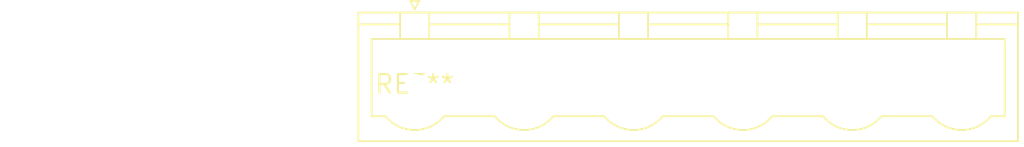
<source format=kicad_pcb>
(kicad_pcb (version 20240108) (generator pcbnew)
  (layers (0 "F.Cu" signal) (31 "B.Cu" signal) (34 "B.Paste" user) (35 "F.Paste" user) (36 "B.SilkS" user "B.Silkscreen") (37 "F.SilkS" user "F.Silkscreen") (38 "B.Mask" user) (39 "F.Mask" user) (44 "Edge.Cuts" user))
  (net 0 "")
  (footprint "PhoenixContact_GMSTBVA_2,5_6-G_1x06_P7.50mm_Vertical" (layer "F.Cu") (at 0 0)
    (property "Reference" "REF**")
    (property "Value" "PhoenixContact_GMSTBVA_2,5_6-G_1x06_P7.50mm_Vertical")
    (fp_line (start -3.86 -4.91) (end -3.86 3.91) (layer "F.SilkS") (stroke (width 0.12)))
    (fp_line (start -3.86 -4.1) (end -1.11 -4.1) (layer "F.SilkS") (stroke (width 0.12)))
    (fp_line (start -3.86 3.91) (end 41.36 3.91) (layer "F.SilkS") (stroke (width 0.12)))
    (fp_line (start -2.95 -3.1) (end 40.45 -3.1) (layer "F.SilkS") (stroke (width 0.12)))
    (fp_line (start -2.95 2.2) (end -2.95 -3.1) (layer "F.SilkS") (stroke (width 0.12)))
    (fp_line (start -2 2.2) (end -2.95 2.2) (layer "F.SilkS") (stroke (width 0.12)))
    (fp_line (start -1 -4.91) (end 1 -4.91) (layer "F.SilkS") (stroke (width 0.12)))
    (fp_line (start -1 -3.1) (end -1 -4.91) (layer "F.SilkS") (stroke (width 0.12)))
    (fp_line (start -0.3 -5.71) (end 0.3 -5.71) (layer "F.SilkS") (stroke (width 0.12)))
    (fp_line (start 0 -5.11) (end -0.3 -5.71) (layer "F.SilkS") (stroke (width 0.12)))
    (fp_line (start 0.3 -5.71) (end 0 -5.11) (layer "F.SilkS") (stroke (width 0.12)))
    (fp_line (start 1 -4.91) (end 1 -3.1) (layer "F.SilkS") (stroke (width 0.12)))
    (fp_line (start 1 -4.1) (end 6.5 -4.1) (layer "F.SilkS") (stroke (width 0.12)))
    (fp_line (start 1 -3.1) (end -1 -3.1) (layer "F.SilkS") (stroke (width 0.12)))
    (fp_line (start 2 2.2) (end 5.5 2.2) (layer "F.SilkS") (stroke (width 0.12)))
    (fp_line (start 6.5 -4.91) (end 8.5 -4.91) (layer "F.SilkS") (stroke (width 0.12)))
    (fp_line (start 6.5 -3.1) (end 6.5 -4.91) (layer "F.SilkS") (stroke (width 0.12)))
    (fp_line (start 8.5 -4.91) (end 8.5 -3.1) (layer "F.SilkS") (stroke (width 0.12)))
    (fp_line (start 8.5 -4.1) (end 14 -4.1) (layer "F.SilkS") (stroke (width 0.12)))
    (fp_line (start 8.5 -3.1) (end 6.5 -3.1) (layer "F.SilkS") (stroke (width 0.12)))
    (fp_line (start 9.5 2.2) (end 13 2.2) (layer "F.SilkS") (stroke (width 0.12)))
    (fp_line (start 14 -4.91) (end 16 -4.91) (layer "F.SilkS") (stroke (width 0.12)))
    (fp_line (start 14 -3.1) (end 14 -4.91) (layer "F.SilkS") (stroke (width 0.12)))
    (fp_line (start 16 -4.91) (end 16 -3.1) (layer "F.SilkS") (stroke (width 0.12)))
    (fp_line (start 16 -4.1) (end 21.5 -4.1) (layer "F.SilkS") (stroke (width 0.12)))
    (fp_line (start 16 -3.1) (end 14 -3.1) (layer "F.SilkS") (stroke (width 0.12)))
    (fp_line (start 17 2.2) (end 20.5 2.2) (layer "F.SilkS") (stroke (width 0.12)))
    (fp_line (start 21.5 -4.91) (end 23.5 -4.91) (layer "F.SilkS") (stroke (width 0.12)))
    (fp_line (start 21.5 -3.1) (end 21.5 -4.91) (layer "F.SilkS") (stroke (width 0.12)))
    (fp_line (start 23.5 -4.91) (end 23.5 -3.1) (layer "F.SilkS") (stroke (width 0.12)))
    (fp_line (start 23.5 -4.1) (end 29 -4.1) (layer "F.SilkS") (stroke (width 0.12)))
    (fp_line (start 23.5 -3.1) (end 21.5 -3.1) (layer "F.SilkS") (stroke (width 0.12)))
    (fp_line (start 24.5 2.2) (end 28 2.2) (layer "F.SilkS") (stroke (width 0.12)))
    (fp_line (start 29 -4.91) (end 31 -4.91) (layer "F.SilkS") (stroke (width 0.12)))
    (fp_line (start 29 -3.1) (end 29 -4.91) (layer "F.SilkS") (stroke (width 0.12)))
    (fp_line (start 31 -4.91) (end 31 -3.1) (layer "F.SilkS") (stroke (width 0.12)))
    (fp_line (start 31 -4.1) (end 36.5 -4.1) (layer "F.SilkS") (stroke (width 0.12)))
    (fp_line (start 31 -3.1) (end 29 -3.1) (layer "F.SilkS") (stroke (width 0.12)))
    (fp_line (start 32 2.2) (end 35.5 2.2) (layer "F.SilkS") (stroke (width 0.12)))
    (fp_line (start 36.5 -4.91) (end 38.5 -4.91) (layer "F.SilkS") (stroke (width 0.12)))
    (fp_line (start 36.5 -3.1) (end 36.5 -4.91) (layer "F.SilkS") (stroke (width 0.12)))
    (fp_line (start 38.5 -4.91) (end 38.5 -3.1) (layer "F.SilkS") (stroke (width 0.12)))
    (fp_line (start 38.5 -3.1) (end 36.5 -3.1) (layer "F.SilkS") (stroke (width 0.12)))
    (fp_line (start 40.45 -3.1) (end 40.45 2.2) (layer "F.SilkS") (stroke (width 0.12)))
    (fp_line (start 40.45 2.2) (end 39.5 2.2) (layer "F.SilkS") (stroke (width 0.12)))
    (fp_line (start 41.36 -4.91) (end -3.86 -4.91) (layer "F.SilkS") (stroke (width 0.12)))
    (fp_line (start 41.36 -4.1) (end 38.61 -4.1) (layer "F.SilkS") (stroke (width 0.12)))
    (fp_line (start 41.36 3.91) (end 41.36 -4.91) (layer "F.SilkS") (stroke (width 0.12)))
    (fp_arc (start 1.986842 2.215821) (mid -0.010289 3.142758) (end -2 2.2) (layer "F.SilkS") (stroke (width 0.12)))
    (fp_arc (start 9.486842 2.215821) (mid 7.489711 3.142758) (end 5.5 2.2) (layer "F.SilkS") (stroke (width 0.12)))
    (fp_arc (start 16.986842 2.215821) (mid 14.989711 3.142758) (end 13 2.2) (layer "F.SilkS") (stroke (width 0.12)))
    (fp_arc (start 24.486842 2.215821) (mid 22.489711 3.142758) (end 20.5 2.2) (layer "F.SilkS") (stroke (width 0.12)))
    (fp_arc (start 31.986842 2.215821) (mid 29.989711 3.142758) (end 28 2.2) (layer "F.SilkS") (stroke (width 0.12)))
    (fp_arc (start 39.486842 2.215821) (mid 37.489711 3.142758) (end 35.5 2.2) (layer "F.SilkS") (stroke (width 0.12)))
    (pad "1" thru_hole roundrect (at 0 0) (size 2 3.6) (drill 1.4) (layers *.Cu *.Mask) (remove_unused_layers) (roundrect_rratio 0.125))
    (pad "2" thru_hole oval (at 7.5 0) (size 2 3.6) (drill 1.4) (layers *.Cu *.Mask) (remove_unused_layers))
    (pad "3" thru_hole oval (at 15 0) (size 2 3.6) (drill 1.4) (layers *.Cu *.Mask) (remove_unused_layers))
    (pad "4" thru_hole oval (at 22.5 0) (size 2 3.6) (drill 1.4) (layers *.Cu *.Mask) (remove_unused_layers))
    (pad "5" thru_hole oval (at 30 0) (size 2 3.6) (drill 1.4) (layers *.Cu *.Mask) (remove_unused_layers))
    (pad "6" thru_hole oval (at 37.5 0) (size 2 3.6) (drill 1.4) (layers *.Cu *.Mask) (remove_unused_layers))
  )
)
</source>
